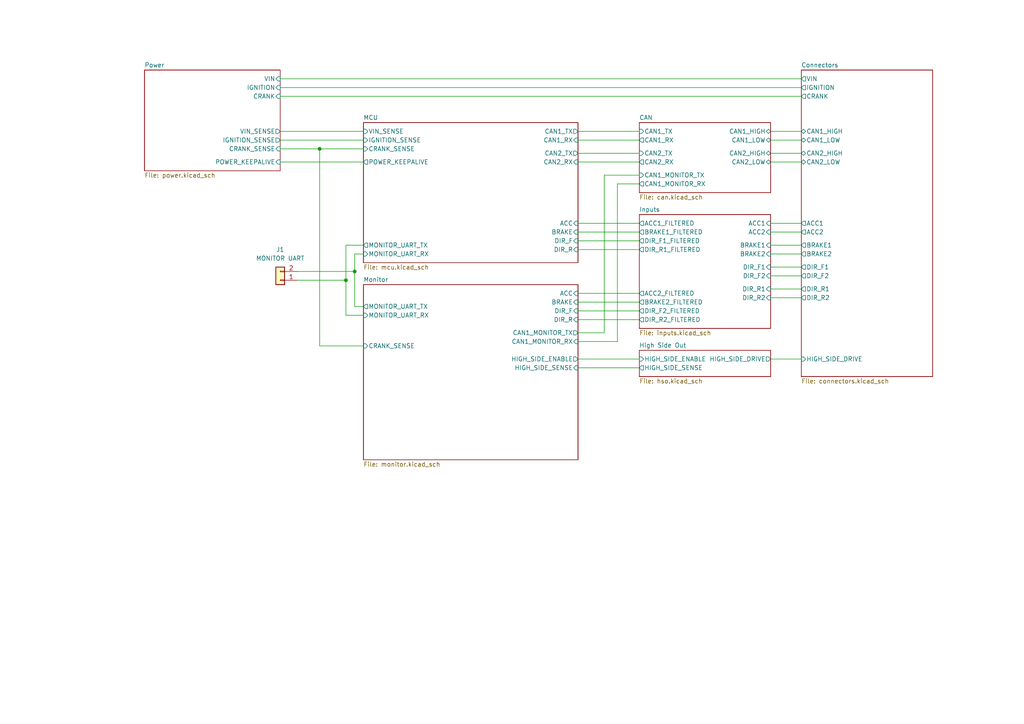
<source format=kicad_sch>
(kicad_sch (version 20231120) (generator "eeschema") (generator_version "8.0")
  (paper "A4")
  (lib_symbols
    (symbol "Connector_Generic:Conn_01x02" (pin_names (offset 1.016) hide)
      (property "Reference" "J" (at 0 2.54 0))
      (property "Value" "Conn_01x02" (at 0 -5.08 0))
      (symbol "Conn_01x02_1_1"
        (rectangle (start -1.27 -2.413) (end 0 -2.667) (stroke (width 0.1524)))
        (rectangle (start -1.27 0.127) (end 0 -0.127) (stroke (width 0.1524)))
        (rectangle (start -1.27 1.27) (end 1.27 -3.81) (stroke (width 0.254)) (fill (type background)))
        (pin passive line (at -5.08 0 0) (length 3.81) (name "Pin_1") (number "1"))
        (pin passive line (at -5.08 -2.54 0) (length 3.81) (name "Pin_2") (number "2"))
      )
    )
  )
  (junction (at 102.87 78.74))
  (junction (at 100.33 81.28))
  (junction (at 92.71 43.18))
  (wire (pts (xy 223.52 67.31) (xy 232.41 67.31)))
  (wire (pts (xy 167.64 85.09) (xy 185.42 85.09)))
  (wire (pts (xy 86.36 78.74) (xy 102.87 78.74)))
  (wire (pts (xy 81.28 27.94) (xy 232.41 27.94)))
  (wire (pts (xy 167.64 40.64) (xy 185.42 40.64)))
  (wire (pts (xy 179.07 99.06) (xy 179.07 53.34)))
  (wire (pts (xy 86.36 81.28) (xy 100.33 81.28)))
  (wire (pts (xy 92.71 100.33) (xy 92.71 43.18)))
  (wire (pts (xy 223.52 86.36) (xy 232.41 86.36)))
  (wire (pts (xy 167.64 64.77) (xy 185.42 64.77)))
  (wire (pts (xy 81.28 38.1) (xy 105.41 38.1)))
  (wire (pts (xy 105.41 71.12) (xy 100.33 71.12)))
  (wire (pts (xy 175.26 50.8) (xy 185.42 50.8)))
  (wire (pts (xy 167.64 96.52) (xy 175.26 96.52)))
  (wire (pts (xy 179.07 53.34) (xy 185.42 53.34)))
  (wire (pts (xy 167.64 67.31) (xy 185.42 67.31)))
  (wire (pts (xy 223.52 80.01) (xy 232.41 80.01)))
  (wire (pts (xy 81.28 40.64) (xy 105.41 40.64)))
  (wire (pts (xy 167.64 44.45) (xy 185.42 44.45)))
  (wire (pts (xy 223.52 46.99) (xy 232.41 46.99)))
  (wire (pts (xy 102.87 88.9) (xy 102.87 78.74)))
  (wire (pts (xy 81.28 25.4) (xy 232.41 25.4)))
  (wire (pts (xy 81.28 43.18) (xy 92.71 43.18)))
  (wire (pts (xy 167.64 87.63) (xy 185.42 87.63)))
  (wire (pts (xy 92.71 43.18) (xy 105.41 43.18)))
  (wire (pts (xy 223.52 40.64) (xy 232.41 40.64)))
  (wire (pts (xy 223.52 83.82) (xy 232.41 83.82)))
  (wire (pts (xy 167.64 46.99) (xy 185.42 46.99)))
  (wire (pts (xy 167.64 104.14) (xy 185.42 104.14)))
  (wire (pts (xy 223.52 73.66) (xy 232.41 73.66)))
  (wire (pts (xy 167.64 106.68) (xy 185.42 106.68)))
  (wire (pts (xy 167.64 69.85) (xy 185.42 69.85)))
  (wire (pts (xy 223.52 71.12) (xy 232.41 71.12)))
  (wire (pts (xy 223.52 44.45) (xy 232.41 44.45)))
  (wire (pts (xy 167.64 72.39) (xy 185.42 72.39)))
  (wire (pts (xy 100.33 91.44) (xy 105.41 91.44)))
  (wire (pts (xy 100.33 71.12) (xy 100.33 81.28)))
  (wire (pts (xy 102.87 73.66) (xy 105.41 73.66)))
  (wire (pts (xy 105.41 100.33) (xy 92.71 100.33)))
  (wire (pts (xy 167.64 92.71) (xy 185.42 92.71)))
  (wire (pts (xy 81.28 46.99) (xy 105.41 46.99)))
  (wire (pts (xy 167.64 99.06) (xy 179.07 99.06)))
  (wire (pts (xy 223.52 38.1) (xy 232.41 38.1)))
  (wire (pts (xy 81.28 22.86) (xy 232.41 22.86)))
  (wire (pts (xy 102.87 78.74) (xy 102.87 73.66)))
  (wire (pts (xy 223.52 64.77) (xy 232.41 64.77)))
  (wire (pts (xy 100.33 81.28) (xy 100.33 91.44)))
  (wire (pts (xy 105.41 88.9) (xy 102.87 88.9)))
  (wire (pts (xy 167.64 38.1) (xy 185.42 38.1)))
  (wire (pts (xy 223.52 104.14) (xy 232.41 104.14)))
  (wire (pts (xy 167.64 90.17) (xy 185.42 90.17)))
  (wire (pts (xy 175.26 96.52) (xy 175.26 50.8)))
  (wire (pts (xy 223.52 77.47) (xy 232.41 77.47)))
  (symbol (lib_id "Connector_Generic:Conn_01x02") (at 81.28 81.28 180) (unit 1)
    (property "Reference" "J1" (at 81.28 72.39 0))
    (property "Value" "MONITOR UART" (at 81.28 74.93 0))
    (property "Footprint" "Connector_PinHeader_2.54mm:PinHeader_1x02_P2.54mm_Vertical" (effects (hide yes)))
    (property "Description" "Generic connector, single row, 01x02, script generated (kicad-library-utils/schlib/autogen/connector/)" (effects (hide yes)))
  )
  (sheet (at 185.42 35.56) (size 38.1 20.32) (stroke (width 0.1524))
    (property "Sheetname" "CAN" (at 185.42 34.8484 0) (effects (justify left bottom)))
    (property "Sheetfile" "can.kicad_sch" (at 185.42 56.4646 0) (effects (justify left top)))
    (pin "CAN1_LOW" bidirectional (at 223.52 40.64 0))
    (pin "CAN1_HIGH" bidirectional (at 223.52 38.1 0))
    (pin "CAN2_HIGH" bidirectional (at 223.52 44.45 0))
    (pin "CAN2_LOW" bidirectional (at 223.52 46.99 0))
    (pin "CAN2_RX" output (at 185.42 46.99 180))
    (pin "CAN2_TX" input (at 185.42 44.45 180))
    (pin "CAN1_RX" output (at 185.42 40.64 180))
    (pin "CAN1_TX" input (at 185.42 38.1 180))
    (pin "CAN1_MONITOR_RX" output (at 185.42 53.34 180))
    (pin "CAN1_MONITOR_TX" input (at 185.42 50.8 180))
  )
  (sheet (at 185.42 101.6) (size 38.1 7.62) (stroke (width 0.1524))
    (property "Sheetname" "High Side Out" (at 185.42 100.8884 0) (effects (justify left bottom)))
    (property "Sheetfile" "hso.kicad_sch" (at 185.42 109.8046 0) (effects (justify left top)))
    (pin "HIGH_SIDE_SENSE" output (at 185.42 106.68 180))
    (pin "HIGH_SIDE_DRIVE" output (at 223.52 104.14 0))
    (pin "HIGH_SIDE_ENABLE" input (at 185.42 104.14 180))
  )
  (sheet (at 105.41 35.56) (size 62.23 40.64) (stroke (width 0.1524))
    (property "Sheetname" "MCU" (at 105.41 34.8484 0) (effects (justify left bottom)))
    (property "Sheetfile" "mcu.kicad_sch" (at 105.41 76.7846 0) (effects (justify left top)))
    (pin "CAN1_TX" output (at 167.64 38.1 0))
    (pin "CAN2_TX" output (at 167.64 44.45 0))
    (pin "CAN1_RX" input (at 167.64 40.64 0))
    (pin "CAN2_RX" input (at 167.64 46.99 0))
    (pin "POWER_KEEPALIVE" output (at 105.41 46.99 180))
    (pin "ACC" input (at 167.64 64.77 0))
    (pin "BRAKE" input (at 167.64 67.31 0))
    (pin "DIR_F" input (at 167.64 69.85 0))
    (pin "DIR_R" input (at 167.64 72.39 0))
    (pin "VIN_SENSE" input (at 105.41 38.1 180))
    (pin "IGNITION_SENSE" input (at 105.41 40.64 180))
    (pin "CRANK_SENSE" input (at 105.41 43.18 180))
    (pin "MONITOR_UART_TX" output (at 105.41 71.12 180))
    (pin "MONITOR_UART_RX" input (at 105.41 73.66 180))
  )
  (sheet (at 41.91 20.32) (size 39.37 29.21) (stroke (width 0.1524))
    (property "Sheetname" "Power" (at 41.91 19.6084 0) (effects (justify left bottom)))
    (property "Sheetfile" "power.kicad_sch" (at 41.91 50.1146 0) (effects (justify left top)))
    (pin "VIN" input (at 81.28 22.86 0))
    (pin "VIN_SENSE" output (at 81.28 38.1 0))
    (pin "IGNITION" input (at 81.28 25.4 0))
    (pin "POWER_KEEPALIVE" input (at 81.28 46.99 0))
    (pin "IGNITION_SENSE" output (at 81.28 40.64 0))
    (pin "CRANK" input (at 81.28 27.94 0))
    (pin "CRANK_SENSE" input (at 81.28 43.18 0))
  )
  (sheet (at 232.41 20.32) (size 38.1 88.9) (stroke (width 0.1524))
    (property "Sheetname" "Connectors" (at 232.41 19.6084 0) (effects (justify left bottom)))
    (property "Sheetfile" "connectors.kicad_sch" (at 232.41 109.8046 0) (effects (justify left top)))
    (pin "CAN2_HIGH" bidirectional (at 232.41 44.45 180))
    (pin "CAN2_LOW" bidirectional (at 232.41 46.99 180))
    (pin "CAN1_LOW" bidirectional (at 232.41 40.64 180))
    (pin "VIN" output (at 232.41 22.86 180))
    (pin "CAN1_HIGH" bidirectional (at 232.41 38.1 180))
    (pin "ACC1" output (at 232.41 64.77 180))
    (pin "ACC2" output (at 232.41 67.31 180))
    (pin "HIGH_SIDE_DRIVE" input (at 232.41 104.14 180))
    (pin "IGNITION" output (at 232.41 25.4 180))
    (pin "CRANK" output (at 232.41 27.94 180))
    (pin "BRAKE2" output (at 232.41 73.66 180))
    (pin "BRAKE1" output (at 232.41 71.12 180))
    (pin "DIR_R1" output (at 232.41 83.82 180))
    (pin "DIR_R2" output (at 232.41 86.36 180))
    (pin "DIR_F1" output (at 232.41 77.47 180))
    (pin "DIR_F2" output (at 232.41 80.01 180))
  )
  (sheet (at 105.41 82.55) (size 62.23 50.8) (stroke (width 0.1524))
    (property "Sheetname" "Monitor" (at 105.41 81.8384 0) (effects (justify left bottom)))
    (property "Sheetfile" "monitor.kicad_sch" (at 105.41 133.9346 0) (effects (justify left top)))
    (pin "CAN1_MONITOR_RX" input (at 167.64 99.06 0))
    (pin "CAN1_MONITOR_TX" output (at 167.64 96.52 0))
    (pin "ACC" input (at 167.64 85.09 0))
    (pin "BRAKE" input (at 167.64 87.63 0))
    (pin "DIR_F" input (at 167.64 90.17 0))
    (pin "DIR_R" input (at 167.64 92.71 0))
    (pin "HIGH_SIDE_SENSE" input (at 167.64 106.68 0))
    (pin "CRANK_SENSE" input (at 105.41 100.33 180))
    (pin "MONITOR_UART_TX" output (at 105.41 88.9 180))
    (pin "MONITOR_UART_RX" input (at 105.41 91.44 180))
    (pin "HIGH_SIDE_ENABLE" output (at 167.64 104.14 0))
  )
  (sheet (at 185.42 62.23) (size 38.1 33.02) (stroke (width 0.1524))
    (property "Sheetname" "Inputs" (at 185.42 61.5184 0) (effects (justify left bottom)))
    (property "Sheetfile" "inputs.kicad_sch" (at 185.42 95.8346 0) (effects (justify left top)))
    (pin "ACC1_FILTERED" output (at 185.42 64.77 180))
    (pin "ACC2_FILTERED" output (at 185.42 85.09 180))
    (pin "ACC1" input (at 223.52 64.77 0))
    (pin "ACC2" input (at 223.52 67.31 0))
    (pin "BRAKE1" input (at 223.52 71.12 0))
    (pin "DIR_F1" input (at 223.52 77.47 0))
    (pin "DIR_F2" input (at 223.52 80.01 0))
    (pin "DIR_R1" input (at 223.52 83.82 0))
    (pin "DIR_R2" input (at 223.52 86.36 0))
    (pin "BRAKE1_FILTERED" output (at 185.42 67.31 180))
    (pin "BRAKE2_FILTERED" output (at 185.42 87.63 180))
    (pin "DIR_F1_FILTERED" output (at 185.42 69.85 180))
    (pin "DIR_F2_FILTERED" output (at 185.42 90.17 180))
    (pin "DIR_R1_FILTERED" output (at 185.42 72.39 180))
    (pin "DIR_R2_FILTERED" output (at 185.42 92.71 180))
    (pin "BRAKE2" input (at 223.52 73.66 0))
  )
)
</source>
